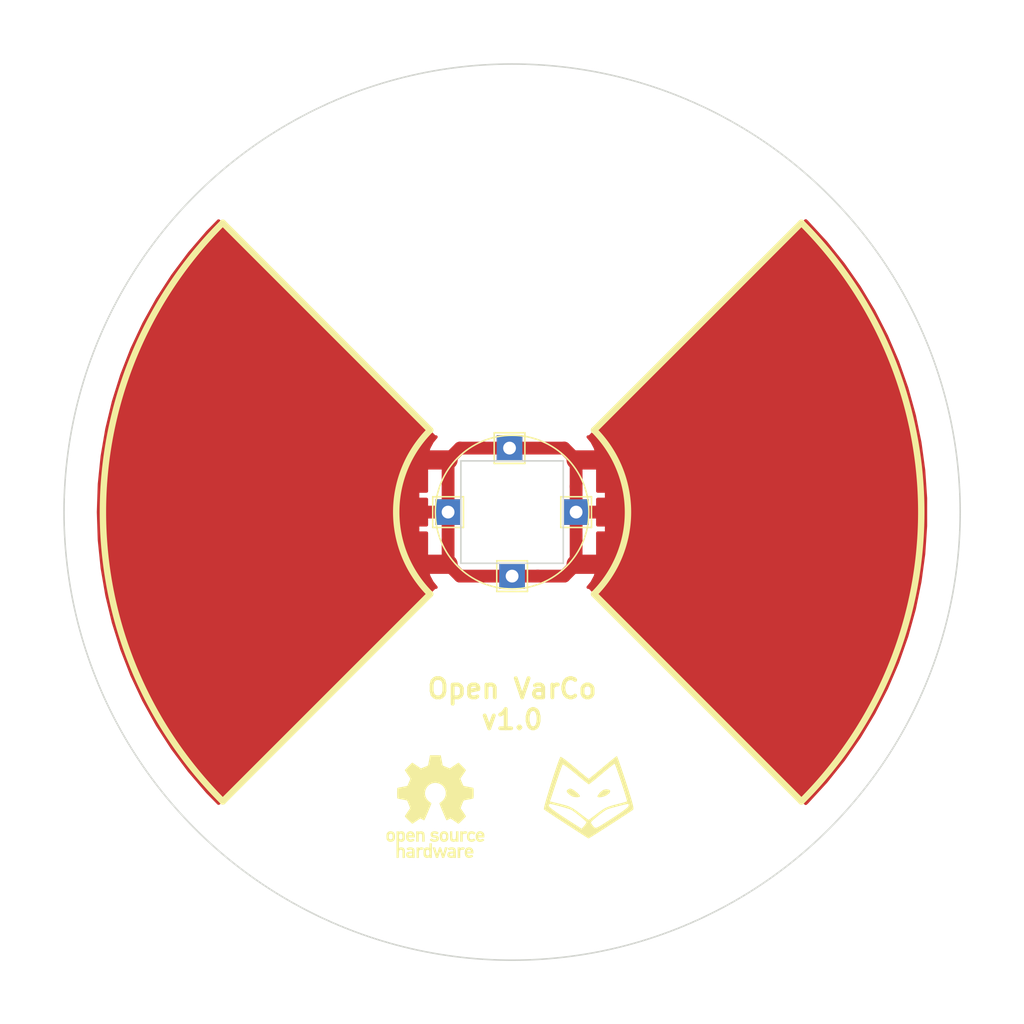
<source format=kicad_pcb>
(kicad_pcb (version 20171130) (host pcbnew 5.1.5+dfsg1-2build2)

  (general
    (thickness 1.6)
    (drawings 15)
    (tracks 21)
    (zones 0)
    (modules 8)
    (nets 2)
  )

  (page A4)
  (title_block
    (title "Open VarCo Rotor - Large")
    (date 2021-11-06)
    (rev 1.0)
  )

  (layers
    (0 F.Cu signal)
    (31 B.Cu signal)
    (32 B.Adhes user)
    (33 F.Adhes user)
    (34 B.Paste user)
    (35 F.Paste user)
    (36 B.SilkS user)
    (37 F.SilkS user)
    (38 B.Mask user)
    (39 F.Mask user)
    (40 Dwgs.User user)
    (41 Cmts.User user)
    (42 Eco1.User user)
    (43 Eco2.User user)
    (44 Edge.Cuts user)
    (45 Margin user)
    (46 B.CrtYd user)
    (47 F.CrtYd user)
    (48 B.Fab user)
    (49 F.Fab user)
  )

  (setup
    (last_trace_width 1)
    (user_trace_width 1)
    (user_trace_width 1.5)
    (user_trace_width 2)
    (trace_clearance 0.2)
    (zone_clearance 2.5)
    (zone_45_only no)
    (trace_min 0.2)
    (via_size 0.8)
    (via_drill 0.4)
    (via_min_size 0.4)
    (via_min_drill 0.3)
    (uvia_size 0.3)
    (uvia_drill 0.1)
    (uvias_allowed no)
    (uvia_min_size 0.2)
    (uvia_min_drill 0.1)
    (edge_width 0.05)
    (segment_width 0.2)
    (pcb_text_width 0.3)
    (pcb_text_size 1.5 1.5)
    (mod_edge_width 0.12)
    (mod_text_size 1 1)
    (mod_text_width 0.15)
    (pad_size 1.524 1.524)
    (pad_drill 0.762)
    (pad_to_mask_clearance 0.051)
    (solder_mask_min_width 0.25)
    (aux_axis_origin 0 0)
    (grid_origin 150 100)
    (visible_elements FFFFFF7F)
    (pcbplotparams
      (layerselection 0x010fc_ffffffff)
      (usegerberextensions false)
      (usegerberattributes false)
      (usegerberadvancedattributes false)
      (creategerberjobfile false)
      (excludeedgelayer true)
      (linewidth 0.100000)
      (plotframeref false)
      (viasonmask false)
      (mode 1)
      (useauxorigin false)
      (hpglpennumber 1)
      (hpglpenspeed 20)
      (hpglpendiameter 15.000000)
      (psnegative false)
      (psa4output false)
      (plotreference true)
      (plotvalue true)
      (plotinvisibletext false)
      (padsonsilk false)
      (subtractmaskfromsilk false)
      (outputformat 1)
      (mirror false)
      (drillshape 0)
      (scaleselection 1)
      (outputdirectory "Gerber/"))
  )

  (net 0 "")
  (net 1 /Plate)

  (net_class Default "Dies ist die voreingestellte Netzklasse."
    (clearance 0.2)
    (trace_width 1)
    (via_dia 0.8)
    (via_drill 0.4)
    (uvia_dia 0.3)
    (uvia_drill 0.1)
    (add_net /Plate)
  )

  (net_class Dick ""
    (clearance 0.2)
    (trace_width 1.5)
    (via_dia 0.8)
    (via_drill 0.4)
    (uvia_dia 0.3)
    (uvia_drill 0.1)
  )

  (net_class Dicker ""
    (clearance 0.2)
    (trace_width 2)
    (via_dia 0.8)
    (via_drill 0.4)
    (uvia_dia 0.3)
    (uvia_drill 0.1)
  )

  (module TestPoint:TestPoint_THTPad_2.0x2.0mm_Drill1.0mm (layer F.Cu) (tedit 5A0F774F) (tstamp 61862986)
    (at 145 100)
    (descr "THT rectangular pad as test Point, square 2.0mm_Drill1.0mm  side length, hole diameter 1.0mm")
    (tags "test point THT pad rectangle square")
    (path /61863CAF)
    (attr virtual)
    (fp_text reference H1 (at 0 -1.998) (layer F.SilkS) hide
      (effects (font (size 1 1) (thickness 0.15)))
    )
    (fp_text value MountingHole_Pad (at 0 2.05) (layer F.Fab) hide
      (effects (font (size 1 1) (thickness 0.15)))
    )
    (fp_line (start 1.5 1.5) (end -1.5 1.5) (layer F.CrtYd) (width 0.05))
    (fp_line (start 1.5 1.5) (end 1.5 -1.5) (layer F.CrtYd) (width 0.05))
    (fp_line (start -1.5 -1.5) (end -1.5 1.5) (layer F.CrtYd) (width 0.05))
    (fp_line (start -1.5 -1.5) (end 1.5 -1.5) (layer F.CrtYd) (width 0.05))
    (fp_line (start -1.2 1.2) (end -1.2 -1.2) (layer F.SilkS) (width 0.12))
    (fp_line (start 1.2 1.2) (end -1.2 1.2) (layer F.SilkS) (width 0.12))
    (fp_line (start 1.2 -1.2) (end 1.2 1.2) (layer F.SilkS) (width 0.12))
    (fp_line (start -1.2 -1.2) (end 1.2 -1.2) (layer F.SilkS) (width 0.12))
    (fp_text user %R (at 0 -2) (layer F.Fab)
      (effects (font (size 1 1) (thickness 0.15)))
    )
    (pad 1 thru_hole rect (at 0 0) (size 2 2) (drill 1) (layers *.Cu *.Mask)
      (net 1 /Plate))
  )

  (module relayclock:fox (layer F.Cu) (tedit 0) (tstamp 61B0BE01)
    (at 157 126)
    (fp_text reference G*** (at 0 0) (layer F.SilkS) hide
      (effects (font (size 1.524 1.524) (thickness 0.3)))
    )
    (fp_text value LOGO (at 0.75 0) (layer F.SilkS) hide
      (effects (font (size 1.524 1.524) (thickness 0.3)))
    )
    (fp_poly (pts (xy 0.57615 -4.31634) (xy 0.666101 -4.213897) (xy 0.610838 -4.065261) (xy 0.407938 -3.897249)
      (xy 0.192797 -3.797971) (xy -0.036489 -3.737819) (xy -0.228092 -3.724351) (xy -0.330185 -3.765122)
      (xy -0.335622 -3.788833) (xy -0.284594 -3.890602) (xy -0.162936 -4.059132) (xy -0.136069 -4.092532)
      (xy 0.10603 -4.291332) (xy 0.344653 -4.346532) (xy 0.57615 -4.31634)) (layer F.SilkS) (width 0.01))
    (fp_poly (pts (xy -2.303466 -4.351022) (xy -2.104408 -4.223417) (xy -1.90217 -4.060844) (xy -1.748181 -3.904293)
      (xy -1.693333 -3.801229) (xy -1.765708 -3.751119) (xy -1.939325 -3.733618) (xy -2.148925 -3.750499)
      (xy -2.286 -3.785127) (xy -2.439572 -3.874263) (xy -2.602443 -4.003875) (xy -2.726356 -4.151085)
      (xy -2.715385 -4.265821) (xy -2.697909 -4.289432) (xy -2.536901 -4.387921) (xy -2.447913 -4.402667)
      (xy -2.303466 -4.351022)) (layer F.SilkS) (width 0.01))
    (fp_poly (pts (xy 1.218233 -6.864009) (xy 1.300174 -6.646761) (xy 1.41872 -6.311162) (xy 1.566408 -5.878685)
      (xy 1.735774 -5.370806) (xy 1.890521 -4.897975) (xy 2.098048 -4.253093) (xy 2.254996 -3.750559)
      (xy 2.365917 -3.372615) (xy 2.435367 -3.101503) (xy 2.467899 -2.919463) (xy 2.468068 -2.808739)
      (xy 2.440854 -2.751962) (xy 2.345287 -2.682592) (xy 2.135129 -2.540693) (xy 1.834191 -2.341631)
      (xy 1.466281 -2.100774) (xy 1.055208 -1.833489) (xy 0.624784 -1.555142) (xy 0.198816 -1.281101)
      (xy -0.198886 -1.026732) (xy -0.544511 -0.807404) (xy -0.814251 -0.638482) (xy -0.984297 -0.535333)
      (xy -1.032215 -0.510386) (xy -1.107439 -0.555205) (xy -1.304642 -0.679776) (xy -1.603966 -0.871354)
      (xy -1.98555 -1.117197) (xy -2.429536 -1.404561) (xy -2.74726 -1.610879) (xy -3.225761 -1.92309)
      (xy -3.65818 -2.207325) (xy -4.023777 -2.449782) (xy -4.301809 -2.636655) (xy -4.471535 -2.754141)
      (xy -4.513608 -2.786408) (xy -4.505828 -2.88025) (xy -4.460984 -3.069167) (xy -4.147682 -3.069167)
      (xy -4.072901 -2.959486) (xy -3.850806 -2.771395) (xy -3.483377 -2.506392) (xy -2.972592 -2.165976)
      (xy -2.856515 -2.090975) (xy -1.566333 -1.26095) (xy -1.375833 -1.481863) (xy -1.246896 -1.650559)
      (xy -1.192969 -1.754562) (xy -0.846667 -1.754562) (xy -0.793278 -1.632175) (xy -0.665741 -1.469327)
      (xy -0.599213 -1.396584) (xy -0.540039 -1.348283) (xy -0.467803 -1.333391) (xy -0.362087 -1.360875)
      (xy -0.202473 -1.439702) (xy 0.031455 -1.578839) (xy 0.360116 -1.787253) (xy 0.803927 -2.073912)
      (xy 1.000994 -2.201333) (xy 1.488313 -2.526008) (xy 1.839589 -2.782014) (xy 2.050195 -2.965747)
      (xy 2.115763 -3.069167) (xy 2.093134 -3.195) (xy 2.067273 -3.217333) (xy 1.944435 -3.19623)
      (xy 1.705912 -3.141127) (xy 1.398898 -3.064334) (xy 1.070586 -2.97816) (xy 0.76817 -2.894914)
      (xy 0.538843 -2.826907) (xy 0.445671 -2.794369) (xy 0.273863 -2.697365) (xy 0.038052 -2.534166)
      (xy -0.22561 -2.333858) (xy -0.480973 -2.125529) (xy -0.691886 -1.938265) (xy -0.822199 -1.801153)
      (xy -0.846667 -1.754562) (xy -1.192969 -1.754562) (xy -1.186047 -1.767911) (xy -1.185333 -1.774993)
      (xy -1.246835 -1.851597) (xy -1.407214 -2.000357) (xy -1.630288 -2.191294) (xy -1.879871 -2.394429)
      (xy -2.119778 -2.579782) (xy -2.313824 -2.717375) (xy -2.351434 -2.741104) (xy -2.481611 -2.79319)
      (xy -2.728577 -2.872777) (xy -3.044789 -2.96651) (xy -3.382707 -3.061032) (xy -3.694787 -3.142987)
      (xy -3.933488 -3.199017) (xy -4.042833 -3.216282) (xy -4.13192 -3.14773) (xy -4.147682 -3.069167)
      (xy -4.460984 -3.069167) (xy -4.451818 -3.10778) (xy -4.37205 -3.398425) (xy -4.047167 -3.398425)
      (xy -3.230084 -3.202078) (xy -2.830603 -3.099265) (xy -2.532307 -2.997221) (xy -2.273746 -2.866317)
      (xy -1.993471 -2.676921) (xy -1.735667 -2.481463) (xy -1.449371 -2.261425) (xy -1.217072 -2.085827)
      (xy -1.068414 -1.976906) (xy -1.030185 -1.952265) (xy -0.955657 -1.998451) (xy -0.778024 -2.126708)
      (xy -0.527592 -2.314821) (xy -0.352852 -2.448833) (xy -0.023234 -2.693756) (xy 0.24913 -2.862899)
      (xy 0.526653 -2.986272) (xy 0.871745 -3.093886) (xy 1.128656 -3.161211) (xy 1.479026 -3.252095)
      (xy 1.761211 -3.32929) (xy 1.939402 -3.382766) (xy 1.982968 -3.400545) (xy 1.969156 -3.490783)
      (xy 1.909722 -3.708765) (xy 1.814882 -4.02356) (xy 1.694858 -4.404239) (xy 1.559866 -4.81987)
      (xy 1.420127 -5.239524) (xy 1.285859 -5.632268) (xy 1.16728 -5.967173) (xy 1.074611 -6.213308)
      (xy 1.01807 -6.339743) (xy 1.008522 -6.35) (xy 0.925324 -6.297937) (xy 0.738238 -6.154691)
      (xy 0.471603 -5.939671) (xy 0.14976 -5.672291) (xy 0 -5.545667) (xy -0.338112 -5.261702)
      (xy -0.631477 -5.021723) (xy -0.855764 -4.84514) (xy -0.986644 -4.751364) (xy -1.008178 -4.741333)
      (xy -1.091348 -4.793189) (xy -1.278895 -4.935937) (xy -1.54656 -5.150345) (xy -1.870084 -5.417185)
      (xy -2.028831 -5.550427) (xy -2.368421 -5.829325) (xy -2.663604 -6.05733) (xy -2.890412 -6.217043)
      (xy -3.024874 -6.291063) (xy -3.049393 -6.29126) (xy -3.094978 -6.192043) (xy -3.183117 -5.959217)
      (xy -3.303996 -5.620203) (xy -3.447804 -5.202427) (xy -3.579136 -4.810713) (xy -4.047167 -3.398425)
      (xy -4.37205 -3.398425) (xy -4.359978 -3.442409) (xy -4.238705 -3.857546) (xy -4.096398 -4.326599)
      (xy -3.941456 -4.822979) (xy -3.782276 -5.320093) (xy -3.627257 -5.791353) (xy -3.484797 -6.210166)
      (xy -3.363294 -6.549943) (xy -3.271147 -6.784092) (xy -3.219717 -6.883142) (xy -3.138253 -6.85395)
      (xy -2.95203 -6.730073) (xy -2.683721 -6.528337) (xy -2.356001 -6.265565) (xy -2.108458 -6.058624)
      (xy -1.753364 -5.759098) (xy -1.444324 -5.502391) (xy -1.203791 -5.306838) (xy -1.05422 -5.190773)
      (xy -1.016 -5.166607) (xy -0.940322 -5.218415) (xy -0.758187 -5.361687) (xy -0.492118 -5.578168)
      (xy -0.164638 -5.849606) (xy 0.079694 -6.054625) (xy 0.436259 -6.352829) (xy 0.747095 -6.608244)
      (xy 0.989561 -6.802628) (xy 1.141015 -6.917739) (xy 1.18036 -6.94143) (xy 1.218233 -6.864009)) (layer F.SilkS) (width 0.01))
  )

  (module MountingHole:MountingHole_3mm (layer F.Cu) (tedit 56D1B4CB) (tstamp 61B0C0DF)
    (at 150 132)
    (descr "Mounting Hole 3mm, no annular")
    (tags "mounting hole 3mm no annular")
    (attr virtual)
    (fp_text reference REF** (at 0 -4) (layer F.SilkS) hide
      (effects (font (size 1 1) (thickness 0.15)))
    )
    (fp_text value MountingHole_3mm (at 0 4) (layer F.Fab) hide
      (effects (font (size 1 1) (thickness 0.15)))
    )
    (fp_circle (center 0 0) (end 3.25 0) (layer F.CrtYd) (width 0.05))
    (fp_circle (center 0 0) (end 3 0) (layer Cmts.User) (width 0.15))
    (fp_text user %R (at 0.3 0) (layer F.Fab)
      (effects (font (size 1 1) (thickness 0.15)))
    )
    (pad 1 np_thru_hole circle (at 0 0) (size 3 3) (drill 3) (layers *.Cu *.Mask))
  )

  (module MountingHole:MountingHole_3mm (layer F.Cu) (tedit 56D1B4CB) (tstamp 61B0C0B3)
    (at 150 68)
    (descr "Mounting Hole 3mm, no annular")
    (tags "mounting hole 3mm no annular")
    (attr virtual)
    (fp_text reference REF** (at 0 -4) (layer F.SilkS) hide
      (effects (font (size 1 1) (thickness 0.15)))
    )
    (fp_text value MountingHole_3mm (at 0 4) (layer F.Fab) hide
      (effects (font (size 1 1) (thickness 0.15)))
    )
    (fp_circle (center 0 0) (end 3.25 0) (layer F.CrtYd) (width 0.05))
    (fp_circle (center 0 0) (end 3 0) (layer Cmts.User) (width 0.15))
    (fp_text user %R (at 0.3 0) (layer F.Fab)
      (effects (font (size 1 1) (thickness 0.15)))
    )
    (pad 1 np_thru_hole circle (at 0 0) (size 3 3) (drill 3) (layers *.Cu *.Mask))
  )

  (module Symbol:OSHW-Logo_7.5x8mm_SilkScreen (layer F.Cu) (tedit 0) (tstamp 618631BA)
    (at 144 123)
    (descr "Open Source Hardware Logo")
    (tags "Logo OSHW")
    (attr virtual)
    (fp_text reference REF** (at 0 0) (layer F.SilkS) hide
      (effects (font (size 1 1) (thickness 0.15)))
    )
    (fp_text value OSHW-Logo_7.5x8mm_SilkScreen (at 0.75 0) (layer F.Fab) hide
      (effects (font (size 1 1) (thickness 0.15)))
    )
    (fp_poly (pts (xy 0.500964 -3.601424) (xy 0.576513 -3.200678) (xy 1.134041 -2.970846) (xy 1.468465 -3.198252)
      (xy 1.562122 -3.261569) (xy 1.646782 -3.318104) (xy 1.718495 -3.365273) (xy 1.773311 -3.400498)
      (xy 1.80728 -3.421195) (xy 1.81653 -3.425658) (xy 1.833195 -3.41418) (xy 1.868806 -3.382449)
      (xy 1.919371 -3.334517) (xy 1.9809 -3.274438) (xy 2.049399 -3.206267) (xy 2.120879 -3.134055)
      (xy 2.191347 -3.061858) (xy 2.256811 -2.993727) (xy 2.31328 -2.933717) (xy 2.356763 -2.885881)
      (xy 2.383268 -2.854273) (xy 2.389605 -2.843695) (xy 2.380486 -2.824194) (xy 2.35492 -2.781469)
      (xy 2.315597 -2.719702) (xy 2.265203 -2.643069) (xy 2.206427 -2.555752) (xy 2.172368 -2.505948)
      (xy 2.110289 -2.415007) (xy 2.055126 -2.332941) (xy 2.009554 -2.263837) (xy 1.97625 -2.211778)
      (xy 1.95789 -2.18085) (xy 1.955131 -2.17435) (xy 1.961385 -2.155879) (xy 1.978434 -2.112828)
      (xy 2.003703 -2.051251) (xy 2.034622 -1.977201) (xy 2.068618 -1.89673) (xy 2.103118 -1.815893)
      (xy 2.135551 -1.740742) (xy 2.163343 -1.677329) (xy 2.183923 -1.631707) (xy 2.194719 -1.609931)
      (xy 2.195356 -1.609074) (xy 2.212307 -1.604916) (xy 2.257451 -1.595639) (xy 2.32611 -1.582156)
      (xy 2.413602 -1.565379) (xy 2.51525 -1.546219) (xy 2.574556 -1.53517) (xy 2.683172 -1.51449)
      (xy 2.781277 -1.494811) (xy 2.863909 -1.477211) (xy 2.926104 -1.462767) (xy 2.962899 -1.452554)
      (xy 2.970296 -1.449314) (xy 2.97754 -1.427383) (xy 2.983385 -1.377853) (xy 2.987835 -1.306515)
      (xy 2.990893 -1.219161) (xy 2.992565 -1.121583) (xy 2.992853 -1.019574) (xy 2.991761 -0.918925)
      (xy 2.989294 -0.825428) (xy 2.985456 -0.744875) (xy 2.98025 -0.683058) (xy 2.973681 -0.64577)
      (xy 2.969741 -0.638007) (xy 2.946188 -0.628702) (xy 2.896282 -0.6154) (xy 2.826623 -0.599663)
      (xy 2.743813 -0.583054) (xy 2.714905 -0.577681) (xy 2.575531 -0.552152) (xy 2.465436 -0.531592)
      (xy 2.380982 -0.515185) (xy 2.31853 -0.502113) (xy 2.274444 -0.491559) (xy 2.245085 -0.482706)
      (xy 2.226815 -0.474737) (xy 2.215998 -0.466835) (xy 2.214485 -0.465273) (xy 2.199377 -0.440114)
      (xy 2.176329 -0.39115) (xy 2.147644 -0.324379) (xy 2.115622 -0.245795) (xy 2.082565 -0.161393)
      (xy 2.050773 -0.07717) (xy 2.022549 0.000879) (xy 2.000193 0.066759) (xy 1.986007 0.114473)
      (xy 1.982293 0.138027) (xy 1.982602 0.138852) (xy 1.995189 0.158104) (xy 2.023744 0.200463)
      (xy 2.065267 0.261521) (xy 2.116756 0.336868) (xy 2.175211 0.422096) (xy 2.191858 0.446315)
      (xy 2.251215 0.534123) (xy 2.303447 0.614238) (xy 2.345708 0.682062) (xy 2.375153 0.732993)
      (xy 2.388937 0.762431) (xy 2.389605 0.766048) (xy 2.378024 0.785057) (xy 2.346024 0.822714)
      (xy 2.297718 0.874973) (xy 2.23722 0.937786) (xy 2.168644 1.007106) (xy 2.096104 1.078885)
      (xy 2.023712 1.149077) (xy 1.955584 1.213635) (xy 1.895832 1.26851) (xy 1.848571 1.309656)
      (xy 1.817913 1.333026) (xy 1.809432 1.336842) (xy 1.789691 1.327855) (xy 1.749274 1.303616)
      (xy 1.694763 1.268209) (xy 1.652823 1.239711) (xy 1.576829 1.187418) (xy 1.486834 1.125845)
      (xy 1.396564 1.06437) (xy 1.348032 1.031469) (xy 1.183762 0.920359) (xy 1.045869 0.994916)
      (xy 0.983049 1.027578) (xy 0.929629 1.052966) (xy 0.893484 1.067446) (xy 0.884284 1.06946)
      (xy 0.873221 1.054584) (xy 0.851394 1.012547) (xy 0.820434 0.947227) (xy 0.78197 0.8625)
      (xy 0.737632 0.762245) (xy 0.689047 0.650339) (xy 0.637846 0.530659) (xy 0.585659 0.407084)
      (xy 0.534113 0.283491) (xy 0.48484 0.163757) (xy 0.439467 0.051759) (xy 0.399625 -0.048623)
      (xy 0.366942 -0.133514) (xy 0.343049 -0.199035) (xy 0.329574 -0.24131) (xy 0.327406 -0.255828)
      (xy 0.344583 -0.274347) (xy 0.38219 -0.30441) (xy 0.432366 -0.339768) (xy 0.436578 -0.342566)
      (xy 0.566264 -0.446375) (xy 0.670834 -0.567485) (xy 0.749381 -0.702024) (xy 0.800999 -0.846118)
      (xy 0.824782 -0.995895) (xy 0.819823 -1.147483) (xy 0.785217 -1.297008) (xy 0.720057 -1.4406)
      (xy 0.700886 -1.472016) (xy 0.601174 -1.598875) (xy 0.483377 -1.700745) (xy 0.351571 -1.777096)
      (xy 0.209833 -1.827398) (xy 0.062242 -1.851121) (xy -0.087127 -1.847735) (xy -0.234197 -1.816712)
      (xy -0.374889 -1.75752) (xy -0.505127 -1.669631) (xy -0.545414 -1.633958) (xy -0.647945 -1.522294)
      (xy -0.722659 -1.404743) (xy -0.77391 -1.27298) (xy -0.802454 -1.142493) (xy -0.8095 -0.995784)
      (xy -0.786004 -0.848347) (xy -0.734351 -0.705166) (xy -0.656929 -0.571223) (xy -0.556125 -0.451502)
      (xy -0.434324 -0.350986) (xy -0.418316 -0.340391) (xy -0.367602 -0.305694) (xy -0.32905 -0.27563)
      (xy -0.310619 -0.256435) (xy -0.310351 -0.255828) (xy -0.314308 -0.235064) (xy -0.329993 -0.187938)
      (xy -0.355778 -0.118327) (xy -0.390031 -0.030107) (xy -0.431123 0.072844) (xy -0.477424 0.18665)
      (xy -0.527304 0.307435) (xy -0.579133 0.431321) (xy -0.631281 0.554432) (xy -0.682118 0.672891)
      (xy -0.730013 0.782823) (xy -0.773338 0.880349) (xy -0.810462 0.961593) (xy -0.839756 1.022679)
      (xy -0.859588 1.05973) (xy -0.867574 1.06946) (xy -0.891979 1.061883) (xy -0.937642 1.04156)
      (xy -0.99669 1.012125) (xy -1.02916 0.994916) (xy -1.167053 0.920359) (xy -1.331323 1.031469)
      (xy -1.415179 1.08839) (xy -1.506987 1.15103) (xy -1.59302 1.210011) (xy -1.636113 1.239711)
      (xy -1.696723 1.28041) (xy -1.748045 1.312663) (xy -1.783385 1.332384) (xy -1.794863 1.336554)
      (xy -1.81157 1.325307) (xy -1.848546 1.293911) (xy -1.902205 1.245624) (xy -1.968962 1.183708)
      (xy -2.045234 1.111421) (xy -2.093473 1.065008) (xy -2.177867 0.982087) (xy -2.250803 0.90792)
      (xy -2.309331 0.84568) (xy -2.350503 0.798541) (xy -2.371372 0.769673) (xy -2.373374 0.763815)
      (xy -2.364083 0.741532) (xy -2.338409 0.696477) (xy -2.2992 0.633211) (xy -2.249303 0.556295)
      (xy -2.191567 0.470292) (xy -2.175149 0.446315) (xy -2.115323 0.35917) (xy -2.06165 0.28071)
      (xy -2.01713 0.215345) (xy -1.984765 0.167484) (xy -1.967555 0.141535) (xy -1.965893 0.138852)
      (xy -1.968379 0.118172) (xy -1.981577 0.072704) (xy -2.003186 0.008444) (xy -2.030904 -0.068613)
      (xy -2.06243 -0.152471) (xy -2.095463 -0.237134) (xy -2.127701 -0.316608) (xy -2.156843 -0.384896)
      (xy -2.180588 -0.436003) (xy -2.196635 -0.463933) (xy -2.197775 -0.465273) (xy -2.207588 -0.473255)
      (xy -2.224161 -0.481149) (xy -2.251132 -0.489771) (xy -2.292139 -0.499938) (xy -2.35082 -0.512469)
      (xy -2.430813 -0.528179) (xy -2.535755 -0.547887) (xy -2.669285 -0.572408) (xy -2.698196 -0.577681)
      (xy -2.783882 -0.594236) (xy -2.858582 -0.610431) (xy -2.915694 -0.624704) (xy -2.948617 -0.635492)
      (xy -2.953031 -0.638007) (xy -2.960306 -0.660304) (xy -2.966219 -0.710131) (xy -2.970766 -0.781696)
      (xy -2.973945 -0.869207) (xy -2.975749 -0.966872) (xy -2.976177 -1.068899) (xy -2.975223 -1.169497)
      (xy -2.972884 -1.262873) (xy -2.969156 -1.343235) (xy -2.964034 -1.404791) (xy -2.957516 -1.44175)
      (xy -2.953586 -1.449314) (xy -2.931708 -1.456944) (xy -2.881891 -1.469358) (xy -2.809097 -1.485478)
      (xy -2.718289 -1.504227) (xy -2.614431 -1.524529) (xy -2.557846 -1.53517) (xy -2.450486 -1.55524)
      (xy -2.354746 -1.57342) (xy -2.275306 -1.588801) (xy -2.216846 -1.600469) (xy -2.184045 -1.607512)
      (xy -2.178646 -1.609074) (xy -2.169522 -1.626678) (xy -2.150235 -1.669082) (xy -2.123355 -1.730228)
      (xy -2.091454 -1.804057) (xy -2.057102 -1.884511) (xy -2.022871 -1.965532) (xy -1.991331 -2.041063)
      (xy -1.965054 -2.105045) (xy -1.946611 -2.15142) (xy -1.938571 -2.174131) (xy -1.938422 -2.175124)
      (xy -1.947535 -2.193039) (xy -1.973086 -2.234267) (xy -2.012388 -2.294709) (xy -2.062757 -2.370269)
      (xy -2.121506 -2.456848) (xy -2.155658 -2.506579) (xy -2.21789 -2.597764) (xy -2.273164 -2.680551)
      (xy -2.318782 -2.750751) (xy -2.352048 -2.804176) (xy -2.370264 -2.836639) (xy -2.372895 -2.843917)
      (xy -2.361586 -2.860855) (xy -2.330319 -2.897022) (xy -2.28309 -2.948365) (xy -2.223892 -3.010833)
      (xy -2.156719 -3.080374) (xy -2.085566 -3.152935) (xy -2.014426 -3.224465) (xy -1.947293 -3.290913)
      (xy -1.888161 -3.348226) (xy -1.841025 -3.392353) (xy -1.809877 -3.419241) (xy -1.799457 -3.425658)
      (xy -1.782491 -3.416635) (xy -1.741911 -3.391285) (xy -1.681663 -3.35219) (xy -1.605693 -3.301929)
      (xy -1.517946 -3.243083) (xy -1.451756 -3.198252) (xy -1.117332 -2.970846) (xy -0.838567 -3.085762)
      (xy -0.559803 -3.200678) (xy -0.484254 -3.601424) (xy -0.408706 -4.002171) (xy 0.425415 -4.002171)
      (xy 0.500964 -3.601424)) (layer F.SilkS) (width 0.01))
    (fp_poly (pts (xy 2.391388 1.937645) (xy 2.448865 1.955206) (xy 2.485872 1.977395) (xy 2.497927 1.994942)
      (xy 2.494609 2.015742) (xy 2.473079 2.048419) (xy 2.454874 2.071562) (xy 2.417344 2.113402)
      (xy 2.389148 2.131005) (xy 2.365111 2.129856) (xy 2.293808 2.11171) (xy 2.241442 2.112534)
      (xy 2.198918 2.133098) (xy 2.184642 2.145134) (xy 2.138947 2.187483) (xy 2.138947 2.740526)
      (xy 1.955131 2.740526) (xy 1.955131 1.938421) (xy 2.047039 1.938421) (xy 2.102219 1.940603)
      (xy 2.130688 1.948351) (xy 2.138943 1.963468) (xy 2.138947 1.963916) (xy 2.142845 1.979749)
      (xy 2.160474 1.977684) (xy 2.184901 1.966261) (xy 2.23535 1.945005) (xy 2.276316 1.932216)
      (xy 2.329028 1.928938) (xy 2.391388 1.937645)) (layer F.SilkS) (width 0.01))
    (fp_poly (pts (xy -1.002043 1.952226) (xy -0.960454 1.97209) (xy -0.920175 2.000784) (xy -0.88949 2.033809)
      (xy -0.867139 2.075931) (xy -0.851864 2.131915) (xy -0.842408 2.206528) (xy -0.837513 2.304535)
      (xy -0.835919 2.430702) (xy -0.835894 2.443914) (xy -0.835527 2.740526) (xy -1.019343 2.740526)
      (xy -1.019343 2.467081) (xy -1.019473 2.365777) (xy -1.020379 2.292353) (xy -1.022827 2.241271)
      (xy -1.027586 2.20699) (xy -1.035426 2.183971) (xy -1.047115 2.166673) (xy -1.063398 2.149581)
      (xy -1.120366 2.112857) (xy -1.182555 2.106042) (xy -1.241801 2.129261) (xy -1.262405 2.146543)
      (xy -1.27753 2.162791) (xy -1.28839 2.180191) (xy -1.29569 2.204212) (xy -1.300137 2.240322)
      (xy -1.302436 2.293988) (xy -1.303296 2.37068) (xy -1.303422 2.464043) (xy -1.303422 2.740526)
      (xy -1.487237 2.740526) (xy -1.487237 1.938421) (xy -1.395329 1.938421) (xy -1.340149 1.940603)
      (xy -1.31168 1.948351) (xy -1.303425 1.963468) (xy -1.303422 1.963916) (xy -1.299592 1.97872)
      (xy -1.282699 1.97704) (xy -1.249112 1.960773) (xy -1.172937 1.93684) (xy -1.0858 1.934178)
      (xy -1.002043 1.952226)) (layer F.SilkS) (width 0.01))
    (fp_poly (pts (xy 3.558784 1.935554) (xy 3.601574 1.945949) (xy 3.683609 1.984013) (xy 3.753757 2.042149)
      (xy 3.802305 2.111852) (xy 3.808975 2.127502) (xy 3.818124 2.168496) (xy 3.824529 2.229138)
      (xy 3.82671 2.29043) (xy 3.82671 2.406316) (xy 3.584407 2.406316) (xy 3.484471 2.406693)
      (xy 3.414069 2.408987) (xy 3.369313 2.414938) (xy 3.346315 2.426285) (xy 3.341189 2.444771)
      (xy 3.350048 2.472136) (xy 3.365917 2.504155) (xy 3.410184 2.557592) (xy 3.471699 2.584215)
      (xy 3.546885 2.583347) (xy 3.632053 2.554371) (xy 3.705659 2.518611) (xy 3.766734 2.566904)
      (xy 3.82781 2.615197) (xy 3.770351 2.668285) (xy 3.693641 2.718445) (xy 3.599302 2.748688)
      (xy 3.497827 2.757151) (xy 3.399711 2.741974) (xy 3.383881 2.736824) (xy 3.297647 2.691791)
      (xy 3.233501 2.624652) (xy 3.190091 2.533405) (xy 3.166064 2.416044) (xy 3.165784 2.413529)
      (xy 3.163633 2.285627) (xy 3.172329 2.239997) (xy 3.342105 2.239997) (xy 3.357697 2.247013)
      (xy 3.400029 2.252388) (xy 3.462434 2.255457) (xy 3.501981 2.255921) (xy 3.575728 2.25563)
      (xy 3.62184 2.253783) (xy 3.6461 2.248912) (xy 3.654294 2.239555) (xy 3.652206 2.224245)
      (xy 3.650455 2.218322) (xy 3.62056 2.162668) (xy 3.573542 2.117815) (xy 3.532049 2.098105)
      (xy 3.476926 2.099295) (xy 3.421068 2.123875) (xy 3.374212 2.16457) (xy 3.346094 2.214108)
      (xy 3.342105 2.239997) (xy 3.172329 2.239997) (xy 3.185074 2.173133) (xy 3.227611 2.078727)
      (xy 3.288747 2.005088) (xy 3.365985 1.954893) (xy 3.45683 1.930822) (xy 3.558784 1.935554)) (layer F.SilkS) (width 0.01))
    (fp_poly (pts (xy 2.946576 1.945419) (xy 3.043395 1.986549) (xy 3.07389 2.006571) (xy 3.112865 2.03734)
      (xy 3.137331 2.061533) (xy 3.141578 2.069413) (xy 3.129584 2.086899) (xy 3.098887 2.11657)
      (xy 3.074312 2.137279) (xy 3.007046 2.191336) (xy 2.95393 2.146642) (xy 2.912884 2.117789)
      (xy 2.872863 2.107829) (xy 2.827059 2.110261) (xy 2.754324 2.128345) (xy 2.704256 2.165881)
      (xy 2.673829 2.226562) (xy 2.660017 2.314081) (xy 2.660013 2.314136) (xy 2.661208 2.411958)
      (xy 2.679772 2.48373) (xy 2.716804 2.532595) (xy 2.74205 2.549143) (xy 2.809097 2.569749)
      (xy 2.880709 2.569762) (xy 2.943015 2.549768) (xy 2.957763 2.54) (xy 2.99475 2.515047)
      (xy 3.023668 2.510958) (xy 3.054856 2.52953) (xy 3.089336 2.562887) (xy 3.143912 2.619196)
      (xy 3.083318 2.669142) (xy 2.989698 2.725513) (xy 2.884125 2.753293) (xy 2.773798 2.751282)
      (xy 2.701343 2.732862) (xy 2.616656 2.68731) (xy 2.548927 2.61565) (xy 2.518157 2.565066)
      (xy 2.493236 2.492488) (xy 2.480766 2.400569) (xy 2.48067 2.300948) (xy 2.49287 2.205267)
      (xy 2.51729 2.125169) (xy 2.521136 2.116956) (xy 2.578093 2.036413) (xy 2.655209 1.977771)
      (xy 2.74639 1.942247) (xy 2.845543 1.931057) (xy 2.946576 1.945419)) (layer F.SilkS) (width 0.01))
    (fp_poly (pts (xy 1.320131 2.198533) (xy 1.32171 2.321089) (xy 1.327481 2.414179) (xy 1.338991 2.481651)
      (xy 1.35779 2.527355) (xy 1.385426 2.555139) (xy 1.423448 2.568854) (xy 1.470526 2.572358)
      (xy 1.519832 2.568432) (xy 1.557283 2.554089) (xy 1.584428 2.525478) (xy 1.602815 2.478751)
      (xy 1.613993 2.410058) (xy 1.619511 2.31555) (xy 1.620921 2.198533) (xy 1.620921 1.938421)
      (xy 1.804736 1.938421) (xy 1.804736 2.740526) (xy 1.712828 2.740526) (xy 1.657422 2.738281)
      (xy 1.628891 2.730396) (xy 1.620921 2.715428) (xy 1.61612 2.702097) (xy 1.597014 2.704917)
      (xy 1.558504 2.723783) (xy 1.470239 2.752887) (xy 1.376623 2.750825) (xy 1.286921 2.719221)
      (xy 1.244204 2.694257) (xy 1.211621 2.667226) (xy 1.187817 2.633405) (xy 1.171439 2.588068)
      (xy 1.161131 2.526489) (xy 1.155541 2.443943) (xy 1.153312 2.335705) (xy 1.153026 2.252004)
      (xy 1.153026 1.938421) (xy 1.320131 1.938421) (xy 1.320131 2.198533)) (layer F.SilkS) (width 0.01))
    (fp_poly (pts (xy 0.811669 1.94831) (xy 0.896192 1.99434) (xy 0.962321 2.067006) (xy 0.993478 2.126106)
      (xy 1.006855 2.178305) (xy 1.015522 2.252719) (xy 1.019237 2.338442) (xy 1.017754 2.424569)
      (xy 1.010831 2.500193) (xy 1.002745 2.540584) (xy 0.975465 2.59584) (xy 0.92822 2.65453)
      (xy 0.871282 2.705852) (xy 0.814924 2.739005) (xy 0.81355 2.739531) (xy 0.743616 2.754018)
      (xy 0.660737 2.754377) (xy 0.581977 2.741188) (xy 0.551566 2.730617) (xy 0.473239 2.686201)
      (xy 0.417143 2.628007) (xy 0.380286 2.550965) (xy 0.35968 2.450001) (xy 0.355018 2.397116)
      (xy 0.355613 2.330663) (xy 0.534736 2.330663) (xy 0.54077 2.42763) (xy 0.558138 2.501523)
      (xy 0.58574 2.548736) (xy 0.605404 2.562237) (xy 0.655787 2.571651) (xy 0.715673 2.568864)
      (xy 0.767449 2.555316) (xy 0.781027 2.547862) (xy 0.816849 2.504451) (xy 0.840493 2.438014)
      (xy 0.850558 2.357161) (xy 0.845642 2.270502) (xy 0.834655 2.218349) (xy 0.803109 2.157951)
      (xy 0.753311 2.120197) (xy 0.693337 2.107143) (xy 0.631264 2.120849) (xy 0.583582 2.154372)
      (xy 0.558525 2.182031) (xy 0.5439 2.209294) (xy 0.536929 2.24619) (xy 0.534833 2.30275)
      (xy 0.534736 2.330663) (xy 0.355613 2.330663) (xy 0.356282 2.255994) (xy 0.379265 2.140271)
      (xy 0.423972 2.049941) (xy 0.490405 1.985) (xy 0.578565 1.945445) (xy 0.597495 1.940858)
      (xy 0.711266 1.93009) (xy 0.811669 1.94831)) (layer F.SilkS) (width 0.01))
    (fp_poly (pts (xy 0.018628 1.935547) (xy 0.081908 1.947548) (xy 0.147557 1.972648) (xy 0.154572 1.975848)
      (xy 0.204356 2.002026) (xy 0.238834 2.026353) (xy 0.249978 2.041937) (xy 0.239366 2.067353)
      (xy 0.213588 2.104853) (xy 0.202146 2.118852) (xy 0.154992 2.173954) (xy 0.094201 2.138086)
      (xy 0.036347 2.114192) (xy -0.0305 2.10142) (xy -0.094606 2.100613) (xy -0.144236 2.112615)
      (xy -0.156146 2.120105) (xy -0.178828 2.15445) (xy -0.181584 2.194013) (xy -0.164612 2.22492)
      (xy -0.154573 2.230913) (xy -0.12449 2.238357) (xy -0.071611 2.247106) (xy -0.006425 2.255467)
      (xy 0.0056 2.256778) (xy 0.110297 2.274888) (xy 0.186232 2.305651) (xy 0.236592 2.351907)
      (xy 0.264564 2.416497) (xy 0.273278 2.495387) (xy 0.26124 2.585065) (xy 0.222151 2.655486)
      (xy 0.155855 2.706777) (xy 0.062194 2.739067) (xy -0.041777 2.751807) (xy -0.126562 2.751654)
      (xy -0.195335 2.740083) (xy -0.242303 2.724109) (xy -0.30165 2.696275) (xy -0.356494 2.663973)
      (xy -0.375987 2.649755) (xy -0.426119 2.608835) (xy -0.305197 2.486477) (xy -0.236457 2.531967)
      (xy -0.167512 2.566133) (xy -0.093889 2.584004) (xy -0.023117 2.585889) (xy 0.037274 2.572101)
      (xy 0.079757 2.542949) (xy 0.093474 2.518352) (xy 0.091417 2.478904) (xy 0.05733 2.448737)
      (xy -0.008692 2.427906) (xy -0.081026 2.418279) (xy -0.192348 2.39991) (xy -0.275048 2.365254)
      (xy -0.330235 2.313297) (xy -0.359012 2.243023) (xy -0.362999 2.159707) (xy -0.343307 2.072681)
      (xy -0.298411 2.006902) (xy -0.227909 1.962068) (xy -0.131399 1.937879) (xy -0.0599 1.933137)
      (xy 0.018628 1.935547)) (layer F.SilkS) (width 0.01))
    (fp_poly (pts (xy -1.802982 1.957027) (xy -1.78633 1.964866) (xy -1.728695 2.007086) (xy -1.674195 2.0687)
      (xy -1.633501 2.136543) (xy -1.621926 2.167734) (xy -1.611366 2.223449) (xy -1.605069 2.290781)
      (xy -1.604304 2.318585) (xy -1.604211 2.406316) (xy -2.10915 2.406316) (xy -2.098387 2.45227)
      (xy -2.071967 2.50662) (xy -2.025778 2.553591) (xy -1.970828 2.583848) (xy -1.935811 2.590131)
      (xy -1.888323 2.582506) (xy -1.831665 2.563383) (xy -1.812418 2.554584) (xy -1.741241 2.519036)
      (xy -1.680498 2.565367) (xy -1.645448 2.596703) (xy -1.626798 2.622567) (xy -1.625853 2.630158)
      (xy -1.642515 2.648556) (xy -1.67903 2.676515) (xy -1.712172 2.698327) (xy -1.801607 2.737537)
      (xy -1.901871 2.755285) (xy -2.001246 2.75067) (xy -2.080461 2.726551) (xy -2.16212 2.674884)
      (xy -2.220151 2.606856) (xy -2.256454 2.518843) (xy -2.272928 2.407216) (xy -2.274389 2.356138)
      (xy -2.268543 2.239091) (xy -2.267825 2.235686) (xy -2.100511 2.235686) (xy -2.095903 2.246662)
      (xy -2.076964 2.252715) (xy -2.037902 2.25531) (xy -1.972923 2.25591) (xy -1.947903 2.255921)
      (xy -1.871779 2.255014) (xy -1.823504 2.25172) (xy -1.79754 2.245181) (xy -1.788352 2.234537)
      (xy -1.788027 2.231119) (xy -1.798513 2.203956) (xy -1.824758 2.165903) (xy -1.836041 2.152579)
      (xy -1.877928 2.114896) (xy -1.921591 2.10008) (xy -1.945115 2.098842) (xy -2.008757 2.114329)
      (xy -2.062127 2.15593) (xy -2.095981 2.216353) (xy -2.096581 2.218322) (xy -2.100511 2.235686)
      (xy -2.267825 2.235686) (xy -2.249101 2.146928) (xy -2.214078 2.07319) (xy -2.171244 2.020848)
      (xy -2.092052 1.964092) (xy -1.99896 1.933762) (xy -1.899945 1.931021) (xy -1.802982 1.957027)) (layer F.SilkS) (width 0.01))
    (fp_poly (pts (xy -3.373216 1.947104) (xy -3.285795 1.985754) (xy -3.21943 2.05029) (xy -3.174024 2.140812)
      (xy -3.149482 2.257418) (xy -3.147723 2.275624) (xy -3.146344 2.403984) (xy -3.164216 2.516496)
      (xy -3.20025 2.607688) (xy -3.219545 2.637022) (xy -3.286755 2.699106) (xy -3.37235 2.739316)
      (xy -3.46811 2.756003) (xy -3.565813 2.747517) (xy -3.640083 2.72138) (xy -3.703953 2.677335)
      (xy -3.756154 2.619587) (xy -3.757057 2.618236) (xy -3.778256 2.582593) (xy -3.792033 2.546752)
      (xy -3.800376 2.501519) (xy -3.805273 2.437701) (xy -3.807431 2.385368) (xy -3.808329 2.33791)
      (xy -3.641257 2.33791) (xy -3.639624 2.385154) (xy -3.633696 2.448046) (xy -3.623239 2.488407)
      (xy -3.604381 2.517122) (xy -3.586719 2.533896) (xy -3.524106 2.569016) (xy -3.458592 2.57371)
      (xy -3.397579 2.54844) (xy -3.367072 2.520124) (xy -3.345089 2.491589) (xy -3.332231 2.464284)
      (xy -3.326588 2.42875) (xy -3.326249 2.375524) (xy -3.327988 2.326506) (xy -3.331729 2.256482)
      (xy -3.337659 2.211064) (xy -3.348347 2.18144) (xy -3.366361 2.158797) (xy -3.380637 2.145855)
      (xy -3.440349 2.11186) (xy -3.504766 2.110165) (xy -3.558781 2.130301) (xy -3.60486 2.172352)
      (xy -3.632311 2.241428) (xy -3.641257 2.33791) (xy -3.808329 2.33791) (xy -3.809401 2.281299)
      (xy -3.806036 2.203468) (xy -3.795955 2.14493) (xy -3.777774 2.098737) (xy -3.75011 2.057942)
      (xy -3.739854 2.045828) (xy -3.675722 1.985474) (xy -3.606934 1.95022) (xy -3.522811 1.93545)
      (xy -3.481791 1.934243) (xy -3.373216 1.947104)) (layer F.SilkS) (width 0.01))
    (fp_poly (pts (xy 2.701193 3.196078) (xy 2.781068 3.216845) (xy 2.847962 3.259705) (xy 2.880351 3.291723)
      (xy 2.933445 3.367413) (xy 2.963873 3.455216) (xy 2.974327 3.56315) (xy 2.97438 3.571875)
      (xy 2.974473 3.659605) (xy 2.469534 3.659605) (xy 2.480298 3.705559) (xy 2.499732 3.747178)
      (xy 2.533745 3.790544) (xy 2.54086 3.797467) (xy 2.602003 3.834935) (xy 2.671729 3.841289)
      (xy 2.751987 3.816638) (xy 2.765592 3.81) (xy 2.807319 3.789819) (xy 2.835268 3.778321)
      (xy 2.840145 3.777258) (xy 2.857168 3.787583) (xy 2.889633 3.812845) (xy 2.906114 3.82665)
      (xy 2.940264 3.858361) (xy 2.951478 3.879299) (xy 2.943695 3.89856) (xy 2.939535 3.903827)
      (xy 2.911357 3.926878) (xy 2.864862 3.954892) (xy 2.832434 3.971246) (xy 2.740385 4.000059)
      (xy 2.638476 4.009395) (xy 2.541963 3.998332) (xy 2.514934 3.990412) (xy 2.431276 3.945581)
      (xy 2.369266 3.876598) (xy 2.328545 3.782794) (xy 2.308755 3.663498) (xy 2.306582 3.601118)
      (xy 2.312926 3.510298) (xy 2.473157 3.510298) (xy 2.488655 3.517012) (xy 2.530312 3.52228)
      (xy 2.590876 3.525389) (xy 2.631907 3.525921) (xy 2.705711 3.525408) (xy 2.752293 3.523006)
      (xy 2.777848 3.517422) (xy 2.788569 3.507361) (xy 2.790657 3.492763) (xy 2.776331 3.447796)
      (xy 2.740262 3.403353) (xy 2.692815 3.369242) (xy 2.645349 3.355288) (xy 2.580879 3.367666)
      (xy 2.52507 3.403452) (xy 2.486374 3.455033) (xy 2.473157 3.510298) (xy 2.312926 3.510298)
      (xy 2.315821 3.468866) (xy 2.344336 3.363498) (xy 2.392729 3.284178) (xy 2.461604 3.230071)
      (xy 2.551565 3.200343) (xy 2.6003 3.194618) (xy 2.701193 3.196078)) (layer F.SilkS) (width 0.01))
    (fp_poly (pts (xy 2.173167 3.191447) (xy 2.237408 3.204112) (xy 2.27398 3.222864) (xy 2.312453 3.254017)
      (xy 2.257717 3.323127) (xy 2.223969 3.364979) (xy 2.201053 3.385398) (xy 2.178279 3.388517)
      (xy 2.144956 3.378472) (xy 2.129314 3.372789) (xy 2.065542 3.364404) (xy 2.00714 3.382378)
      (xy 1.964264 3.422982) (xy 1.957299 3.435929) (xy 1.949713 3.470224) (xy 1.943859 3.533427)
      (xy 1.940011 3.62106) (xy 1.938443 3.72864) (xy 1.938421 3.743944) (xy 1.938421 4.010526)
      (xy 1.754605 4.010526) (xy 1.754605 3.19171) (xy 1.846513 3.19171) (xy 1.899507 3.193094)
      (xy 1.927115 3.199252) (xy 1.937324 3.213194) (xy 1.938421 3.226344) (xy 1.938421 3.260978)
      (xy 1.98245 3.226344) (xy 2.032937 3.202716) (xy 2.10076 3.191033) (xy 2.173167 3.191447)) (layer F.SilkS) (width 0.01))
    (fp_poly (pts (xy 1.379992 3.196673) (xy 1.450427 3.21378) (xy 1.470787 3.222844) (xy 1.510253 3.246583)
      (xy 1.540541 3.273321) (xy 1.562952 3.307699) (xy 1.578786 3.35436) (xy 1.589343 3.417946)
      (xy 1.595924 3.503099) (xy 1.599828 3.614462) (xy 1.60131 3.688849) (xy 1.606765 4.010526)
      (xy 1.51358 4.010526) (xy 1.457047 4.008156) (xy 1.427922 4.000055) (xy 1.420394 3.986451)
      (xy 1.41642 3.971741) (xy 1.398652 3.974554) (xy 1.37444 3.986348) (xy 1.313828 4.004427)
      (xy 1.235929 4.009299) (xy 1.153995 4.00133) (xy 1.081281 3.980889) (xy 1.074759 3.978051)
      (xy 1.008302 3.931365) (xy 0.964491 3.866464) (xy 0.944332 3.7906) (xy 0.945872 3.763344)
      (xy 1.110345 3.763344) (xy 1.124837 3.800024) (xy 1.167805 3.826309) (xy 1.237129 3.840417)
      (xy 1.274177 3.84229) (xy 1.335919 3.837494) (xy 1.37696 3.818858) (xy 1.386973 3.81)
      (xy 1.4141 3.761806) (xy 1.420394 3.718092) (xy 1.420394 3.659605) (xy 1.33893 3.659605)
      (xy 1.244234 3.664432) (xy 1.177813 3.679613) (xy 1.135846 3.7062) (xy 1.126449 3.718052)
      (xy 1.110345 3.763344) (xy 0.945872 3.763344) (xy 0.948829 3.711026) (xy 0.978985 3.634995)
      (xy 1.020131 3.583612) (xy 1.045052 3.561397) (xy 1.069448 3.546798) (xy 1.101191 3.537897)
      (xy 1.148152 3.532775) (xy 1.218204 3.529515) (xy 1.24599 3.528577) (xy 1.420394 3.522879)
      (xy 1.420138 3.470091) (xy 1.413384 3.414603) (xy 1.388964 3.381052) (xy 1.33963 3.359618)
      (xy 1.338306 3.359236) (xy 1.26836 3.350808) (xy 1.199914 3.361816) (xy 1.149047 3.388585)
      (xy 1.128637 3.401803) (xy 1.106654 3.399974) (xy 1.072826 3.380824) (xy 1.052961 3.367308)
      (xy 1.014106 3.338432) (xy 0.990038 3.316786) (xy 0.986176 3.310589) (xy 1.002079 3.278519)
      (xy 1.049065 3.240219) (xy 1.069473 3.227297) (xy 1.128143 3.205041) (xy 1.207212 3.192432)
      (xy 1.295041 3.1896) (xy 1.379992 3.196673)) (layer F.SilkS) (width 0.01))
    (fp_poly (pts (xy 0.37413 3.195104) (xy 0.44022 3.200066) (xy 0.526626 3.459079) (xy 0.613031 3.718092)
      (xy 0.640124 3.626184) (xy 0.656428 3.569384) (xy 0.677875 3.492625) (xy 0.701035 3.408251)
      (xy 0.71328 3.362993) (xy 0.759344 3.19171) (xy 0.949387 3.19171) (xy 0.892582 3.371349)
      (xy 0.864607 3.459704) (xy 0.830813 3.566281) (xy 0.79552 3.677454) (xy 0.764013 3.776579)
      (xy 0.69225 4.002171) (xy 0.537286 4.012253) (xy 0.49527 3.873528) (xy 0.469359 3.787351)
      (xy 0.441083 3.692347) (xy 0.416369 3.608441) (xy 0.415394 3.605102) (xy 0.396935 3.548248)
      (xy 0.380649 3.509456) (xy 0.369242 3.494787) (xy 0.366898 3.496483) (xy 0.358671 3.519225)
      (xy 0.343038 3.56794) (xy 0.321904 3.636502) (xy 0.29717 3.718785) (xy 0.283787 3.764046)
      (xy 0.211311 4.010526) (xy 0.057495 4.010526) (xy -0.065469 3.622006) (xy -0.100012 3.513022)
      (xy -0.131479 3.414048) (xy -0.158384 3.329736) (xy -0.179241 3.264734) (xy -0.192562 3.223692)
      (xy -0.196612 3.211701) (xy -0.193406 3.199423) (xy -0.168235 3.194046) (xy -0.115854 3.194584)
      (xy -0.107655 3.19499) (xy -0.010518 3.200066) (xy 0.0531 3.434013) (xy 0.076484 3.519333)
      (xy 0.097381 3.594335) (xy 0.113951 3.652507) (xy 0.124354 3.687337) (xy 0.126276 3.693016)
      (xy 0.134241 3.686486) (xy 0.150304 3.652654) (xy 0.172621 3.596127) (xy 0.199345 3.52151)
      (xy 0.221937 3.454107) (xy 0.308041 3.190143) (xy 0.37413 3.195104)) (layer F.SilkS) (width 0.01))
    (fp_poly (pts (xy -0.267369 4.010526) (xy -0.359277 4.010526) (xy -0.412623 4.008962) (xy -0.440407 4.002485)
      (xy -0.45041 3.988418) (xy -0.451185 3.978906) (xy -0.452872 3.959832) (xy -0.46351 3.956174)
      (xy -0.491465 3.967932) (xy -0.513205 3.978906) (xy -0.596668 4.004911) (xy -0.687396 4.006416)
      (xy -0.761158 3.987021) (xy -0.829846 3.940165) (xy -0.882206 3.871004) (xy -0.910878 3.789427)
      (xy -0.911608 3.784866) (xy -0.915868 3.735101) (xy -0.917986 3.663659) (xy -0.917816 3.609626)
      (xy -0.73528 3.609626) (xy -0.731051 3.681441) (xy -0.721432 3.740634) (xy -0.70841 3.77406)
      (xy -0.659144 3.81974) (xy -0.60065 3.836115) (xy -0.540329 3.822873) (xy -0.488783 3.783373)
      (xy -0.469262 3.756807) (xy -0.457848 3.725106) (xy -0.452502 3.678832) (xy -0.451185 3.609328)
      (xy -0.453542 3.540499) (xy -0.459767 3.480026) (xy -0.468592 3.439556) (xy -0.470063 3.435929)
      (xy -0.505653 3.392802) (xy -0.5576 3.369124) (xy -0.615722 3.365301) (xy -0.66984 3.381738)
      (xy -0.709774 3.41884) (xy -0.713917 3.426222) (xy -0.726884 3.471239) (xy -0.733948 3.535967)
      (xy -0.73528 3.609626) (xy -0.917816 3.609626) (xy -0.917729 3.58223) (xy -0.916528 3.538405)
      (xy -0.908355 3.429988) (xy -0.89137 3.348588) (xy -0.863113 3.288412) (xy -0.821128 3.243666)
      (xy -0.780368 3.2174) (xy -0.723419 3.198935) (xy -0.652589 3.192602) (xy -0.580059 3.19776)
      (xy -0.518014 3.213769) (xy -0.485232 3.23292) (xy -0.451185 3.263732) (xy -0.451185 2.87421)
      (xy -0.267369 2.87421) (xy -0.267369 4.010526)) (layer F.SilkS) (width 0.01))
    (fp_poly (pts (xy -1.320119 3.193486) (xy -1.295112 3.200982) (xy -1.28705 3.217451) (xy -1.286711 3.224886)
      (xy -1.285264 3.245594) (xy -1.275302 3.248845) (xy -1.248388 3.234648) (xy -1.232402 3.224948)
      (xy -1.181967 3.204175) (xy -1.121728 3.193904) (xy -1.058566 3.193114) (xy -0.999363 3.200786)
      (xy -0.950998 3.215898) (xy -0.920354 3.237432) (xy -0.914311 3.264366) (xy -0.917361 3.27166)
      (xy -0.939594 3.301937) (xy -0.97407 3.339175) (xy -0.980306 3.345195) (xy -1.013167 3.372875)
      (xy -1.04152 3.381818) (xy -1.081173 3.375576) (xy -1.097058 3.371429) (xy -1.146491 3.361467)
      (xy -1.181248 3.365947) (xy -1.2106 3.381746) (xy -1.237487 3.402949) (xy -1.25729 3.429614)
      (xy -1.271052 3.466827) (xy -1.279816 3.519673) (xy -1.284626 3.593237) (xy -1.286526 3.692605)
      (xy -1.286711 3.752601) (xy -1.286711 4.010526) (xy -1.453816 4.010526) (xy -1.453816 3.19171)
      (xy -1.370264 3.19171) (xy -1.320119 3.193486)) (layer F.SilkS) (width 0.01))
    (fp_poly (pts (xy -1.839543 3.198184) (xy -1.76093 3.21916) (xy -1.701084 3.25718) (xy -1.658853 3.306978)
      (xy -1.645725 3.32823) (xy -1.636032 3.350492) (xy -1.629256 3.37897) (xy -1.624877 3.418871)
      (xy -1.622376 3.475401) (xy -1.621232 3.553767) (xy -1.620928 3.659176) (xy -1.620922 3.687142)
      (xy -1.620922 4.010526) (xy -1.701132 4.010526) (xy -1.752294 4.006943) (xy -1.790123 3.997866)
      (xy -1.799601 3.992268) (xy -1.825512 3.982606) (xy -1.851976 3.992268) (xy -1.895548 4.00433)
      (xy -1.95884 4.009185) (xy -2.02899 4.007078) (xy -2.09314 3.998256) (xy -2.130593 3.986937)
      (xy -2.203067 3.940412) (xy -2.24836 3.875846) (xy -2.268722 3.79) (xy -2.268912 3.787796)
      (xy -2.267125 3.749713) (xy -2.105527 3.749713) (xy -2.091399 3.79303) (xy -2.068388 3.817408)
      (xy -2.022196 3.835845) (xy -1.961225 3.843205) (xy -1.899051 3.839583) (xy -1.849249 3.825074)
      (xy -1.835297 3.815765) (xy -1.810915 3.772753) (xy -1.804737 3.723857) (xy -1.804737 3.659605)
      (xy -1.897182 3.659605) (xy -1.985005 3.666366) (xy -2.051582 3.68552) (xy -2.092998 3.715376)
      (xy -2.105527 3.749713) (xy -2.267125 3.749713) (xy -2.26451 3.694004) (xy -2.233576 3.619847)
      (xy -2.175419 3.563767) (xy -2.16738 3.558665) (xy -2.132837 3.542055) (xy -2.090082 3.531996)
      (xy -2.030314 3.527107) (xy -1.95931 3.525983) (xy -1.804737 3.525921) (xy -1.804737 3.461125)
      (xy -1.811294 3.41085) (xy -1.828025 3.377169) (xy -1.829984 3.375376) (xy -1.867217 3.360642)
      (xy -1.92342 3.354931) (xy -1.985533 3.357737) (xy -2.04049 3.368556) (xy -2.073101 3.384782)
      (xy -2.090772 3.39778) (xy -2.109431 3.400262) (xy -2.135181 3.389613) (xy -2.174127 3.363218)
      (xy -2.23237 3.318465) (xy -2.237716 3.314273) (xy -2.234977 3.29876) (xy -2.212124 3.27296)
      (xy -2.177391 3.244289) (xy -2.13901 3.220166) (xy -2.126952 3.21447) (xy -2.082966 3.203103)
      (xy -2.018513 3.194995) (xy -1.946503 3.191743) (xy -1.943136 3.191736) (xy -1.839543 3.198184)) (layer F.SilkS) (width 0.01))
    (fp_poly (pts (xy -2.53664 1.952468) (xy -2.501408 1.969874) (xy -2.45796 2.000206) (xy -2.426294 2.033283)
      (xy -2.404606 2.074817) (xy -2.391097 2.130522) (xy -2.383962 2.206111) (xy -2.3814 2.307296)
      (xy -2.38125 2.350797) (xy -2.381688 2.446135) (xy -2.383504 2.514271) (xy -2.387455 2.561418)
      (xy -2.394298 2.59379) (xy -2.404789 2.6176) (xy -2.415704 2.633843) (xy -2.485381 2.702952)
      (xy -2.567434 2.744521) (xy -2.65595 2.757023) (xy -2.745019 2.738934) (xy -2.773237 2.726142)
      (xy -2.84079 2.690931) (xy -2.84079 3.2427) (xy -2.791488 3.217205) (xy -2.726527 3.19748)
      (xy -2.64668 3.192427) (xy -2.566948 3.201756) (xy -2.506735 3.222714) (xy -2.456792 3.262627)
      (xy -2.414119 3.319741) (xy -2.41091 3.325605) (xy -2.397378 3.353227) (xy -2.387495 3.381068)
      (xy -2.380691 3.414794) (xy -2.376399 3.460071) (xy -2.374049 3.522562) (xy -2.373072 3.607935)
      (xy -2.372895 3.70401) (xy -2.372895 4.010526) (xy -2.556711 4.010526) (xy -2.556711 3.445339)
      (xy -2.608125 3.402077) (xy -2.661534 3.367472) (xy -2.712112 3.36118) (xy -2.76297 3.377372)
      (xy -2.790075 3.393227) (xy -2.810249 3.41581) (xy -2.824597 3.44994) (xy -2.834224 3.500434)
      (xy -2.840237 3.572111) (xy -2.84374 3.669788) (xy -2.844974 3.734802) (xy -2.849145 4.002171)
      (xy -2.936875 4.007222) (xy -3.024606 4.012273) (xy -3.024606 2.353101) (xy -2.84079 2.353101)
      (xy -2.836104 2.4456) (xy -2.820312 2.509809) (xy -2.790817 2.549759) (xy -2.74502 2.56948)
      (xy -2.69875 2.573421) (xy -2.646372 2.568892) (xy -2.61161 2.551069) (xy -2.589872 2.527519)
      (xy -2.57276 2.502189) (xy -2.562573 2.473969) (xy -2.55804 2.434431) (xy -2.557891 2.375142)
      (xy -2.559416 2.325498) (xy -2.562919 2.25071) (xy -2.568133 2.201611) (xy -2.576913 2.170467)
      (xy -2.591114 2.149545) (xy -2.604516 2.137452) (xy -2.660513 2.111081) (xy -2.726789 2.106822)
      (xy -2.764844 2.115906) (xy -2.802523 2.148196) (xy -2.827481 2.211006) (xy -2.839578 2.303894)
      (xy -2.84079 2.353101) (xy -3.024606 2.353101) (xy -3.024606 1.938421) (xy -2.932698 1.938421)
      (xy -2.877517 1.940603) (xy -2.849048 1.948351) (xy -2.840794 1.963468) (xy -2.84079 1.963916)
      (xy -2.83696 1.97872) (xy -2.820067 1.977039) (xy -2.786481 1.960772) (xy -2.708222 1.935887)
      (xy -2.620173 1.933271) (xy -2.53664 1.952468)) (layer F.SilkS) (width 0.01))
  )

  (module TestPoint:TestPoint_THTPad_2.0x2.0mm_Drill1.0mm (layer F.Cu) (tedit 5A0F774F) (tstamp 61862993)
    (at 149.8 95)
    (descr "THT rectangular pad as test Point, square 2.0mm_Drill1.0mm  side length, hole diameter 1.0mm")
    (tags "test point THT pad rectangle square")
    (path /61862E6B)
    (attr virtual)
    (fp_text reference H2 (at 0 -1.998) (layer F.SilkS) hide
      (effects (font (size 1 1) (thickness 0.15)))
    )
    (fp_text value MountingHole_Pad (at 0 2.05) (layer F.Fab) hide
      (effects (font (size 1 1) (thickness 0.15)))
    )
    (fp_text user %R (at 0 -2) (layer F.Fab)
      (effects (font (size 1 1) (thickness 0.15)))
    )
    (fp_line (start -1.2 -1.2) (end 1.2 -1.2) (layer F.SilkS) (width 0.12))
    (fp_line (start 1.2 -1.2) (end 1.2 1.2) (layer F.SilkS) (width 0.12))
    (fp_line (start 1.2 1.2) (end -1.2 1.2) (layer F.SilkS) (width 0.12))
    (fp_line (start -1.2 1.2) (end -1.2 -1.2) (layer F.SilkS) (width 0.12))
    (fp_line (start -1.5 -1.5) (end 1.5 -1.5) (layer F.CrtYd) (width 0.05))
    (fp_line (start -1.5 -1.5) (end -1.5 1.5) (layer F.CrtYd) (width 0.05))
    (fp_line (start 1.5 1.5) (end 1.5 -1.5) (layer F.CrtYd) (width 0.05))
    (fp_line (start 1.5 1.5) (end -1.5 1.5) (layer F.CrtYd) (width 0.05))
    (pad 1 thru_hole rect (at 0 0) (size 2 2) (drill 1) (layers *.Cu *.Mask)
      (net 1 /Plate))
  )

  (module TestPoint:TestPoint_THTPad_2.0x2.0mm_Drill1.0mm (layer F.Cu) (tedit 5A0F774F) (tstamp 618629A0)
    (at 150 105 180)
    (descr "THT rectangular pad as test Point, square 2.0mm_Drill1.0mm  side length, hole diameter 1.0mm")
    (tags "test point THT pad rectangle square")
    (path /61863631)
    (attr virtual)
    (fp_text reference H3 (at 0 -1.998) (layer F.SilkS) hide
      (effects (font (size 1 1) (thickness 0.15)))
    )
    (fp_text value MountingHole_Pad (at 0 2.05) (layer F.Fab) hide
      (effects (font (size 1 1) (thickness 0.15)))
    )
    (fp_line (start 1.5 1.5) (end -1.5 1.5) (layer F.CrtYd) (width 0.05))
    (fp_line (start 1.5 1.5) (end 1.5 -1.5) (layer F.CrtYd) (width 0.05))
    (fp_line (start -1.5 -1.5) (end -1.5 1.5) (layer F.CrtYd) (width 0.05))
    (fp_line (start -1.5 -1.5) (end 1.5 -1.5) (layer F.CrtYd) (width 0.05))
    (fp_line (start -1.2 1.2) (end -1.2 -1.2) (layer F.SilkS) (width 0.12))
    (fp_line (start 1.2 1.2) (end -1.2 1.2) (layer F.SilkS) (width 0.12))
    (fp_line (start 1.2 -1.2) (end 1.2 1.2) (layer F.SilkS) (width 0.12))
    (fp_line (start -1.2 -1.2) (end 1.2 -1.2) (layer F.SilkS) (width 0.12))
    (fp_text user %R (at 0 -2) (layer F.Fab)
      (effects (font (size 1 1) (thickness 0.15)))
    )
    (pad 1 thru_hole rect (at 0 0 180) (size 2 2) (drill 1) (layers *.Cu *.Mask)
      (net 1 /Plate))
  )

  (module TestPoint:TestPoint_THTPad_2.0x2.0mm_Drill1.0mm (layer F.Cu) (tedit 5A0F774F) (tstamp 618629AD)
    (at 155 100)
    (descr "THT rectangular pad as test Point, square 2.0mm_Drill1.0mm  side length, hole diameter 1.0mm")
    (tags "test point THT pad rectangle square")
    (path /618637A6)
    (attr virtual)
    (fp_text reference H4 (at 0 -1.998) (layer F.SilkS) hide
      (effects (font (size 1 1) (thickness 0.15)))
    )
    (fp_text value MountingHole_Pad (at 0 2.05) (layer F.Fab) hide
      (effects (font (size 1 1) (thickness 0.15)))
    )
    (fp_text user %R (at 0 -2) (layer F.Fab)
      (effects (font (size 1 1) (thickness 0.15)))
    )
    (fp_line (start -1.2 -1.2) (end 1.2 -1.2) (layer F.SilkS) (width 0.12))
    (fp_line (start 1.2 -1.2) (end 1.2 1.2) (layer F.SilkS) (width 0.12))
    (fp_line (start 1.2 1.2) (end -1.2 1.2) (layer F.SilkS) (width 0.12))
    (fp_line (start -1.2 1.2) (end -1.2 -1.2) (layer F.SilkS) (width 0.12))
    (fp_line (start -1.5 -1.5) (end 1.5 -1.5) (layer F.CrtYd) (width 0.05))
    (fp_line (start -1.5 -1.5) (end -1.5 1.5) (layer F.CrtYd) (width 0.05))
    (fp_line (start 1.5 1.5) (end 1.5 -1.5) (layer F.CrtYd) (width 0.05))
    (fp_line (start 1.5 1.5) (end -1.5 1.5) (layer F.CrtYd) (width 0.05))
    (pad 1 thru_hole rect (at 0 0) (size 2 2) (drill 1) (layers *.Cu *.Mask)
      (net 1 /Plate))
  )

  (gr_arc (start 150 100) (end 143.600001 93.600001) (angle -90) (layer F.SilkS) (width 0.5))
  (gr_line (start 156.399999 93.600001) (end 172.599999 77.400001) (layer F.SilkS) (width 0.5) (tstamp 618631D1))
  (gr_line (start 172.599999 122.599999) (end 156.399999 106.399999) (layer F.SilkS) (width 0.5) (tstamp 618631D0))
  (gr_line (start 143.600001 106.399999) (end 127.4 122.6) (layer F.SilkS) (width 0.5))
  (gr_line (start 143.600001 93.600001) (end 127.400001 77.400001) (layer F.SilkS) (width 0.5) (tstamp 618631CF))
  (gr_arc (start 150 100) (end 172.599999 122.599999) (angle -90) (layer F.SilkS) (width 0.5))
  (gr_arc (start 150 100) (end 127.400001 77.400001) (angle -90) (layer F.SilkS) (width 0.5))
  (gr_arc (start 150 100) (end 156.399999 106.399999) (angle -90) (layer F.SilkS) (width 0.5))
  (gr_text "Open VarCo\nv1.0" (at 150 115) (layer F.SilkS)
    (effects (font (size 1.5 1.5) (thickness 0.3)))
  )
  (gr_circle (center 150 100) (end 144 100) (layer F.SilkS) (width 0.12))
  (gr_line (start 146 96) (end 154 96) (layer Edge.Cuts) (width 0.12) (tstamp 6186251F))
  (gr_line (start 146 104) (end 146 96) (layer Edge.Cuts) (width 0.12))
  (gr_line (start 154 104) (end 146 104) (layer Edge.Cuts) (width 0.12))
  (gr_line (start 154 96) (end 154 104) (layer Edge.Cuts) (width 0.12))
  (gr_circle (center 150 100) (end 185 100) (layer Edge.Cuts) (width 0.12))

  (segment (start 145 100) (end 139.5 100) (width 1) (layer F.Cu) (net 1))
  (segment (start 145.925184 105) (end 145 104.074816) (width 1) (layer F.Cu) (net 1))
  (segment (start 150 105) (end 145.925184 105) (width 1) (layer F.Cu) (net 1))
  (segment (start 145 104.074816) (end 145 100) (width 1) (layer F.Cu) (net 1))
  (segment (start 147.8 95) (end 149.8 95) (width 1) (layer F.Cu) (net 1))
  (segment (start 145.925184 95) (end 147.8 95) (width 1) (layer F.Cu) (net 1))
  (segment (start 145 95.925184) (end 145.925184 95) (width 1) (layer F.Cu) (net 1))
  (segment (start 145 100) (end 145 95.925184) (width 1) (layer F.Cu) (net 1))
  (segment (start 155 98) (end 155 100) (width 1) (layer F.Cu) (net 1))
  (segment (start 155 95.925184) (end 155 98) (width 1) (layer F.Cu) (net 1))
  (segment (start 154.074816 95) (end 155 95.925184) (width 1) (layer F.Cu) (net 1))
  (segment (start 149.8 95) (end 154.074816 95) (width 1) (layer F.Cu) (net 1))
  (segment (start 152 105) (end 150 105) (width 1) (layer F.Cu) (net 1))
  (segment (start 154.074816 105) (end 152 105) (width 1) (layer F.Cu) (net 1))
  (segment (start 155 104.074816) (end 154.074816 105) (width 1) (layer F.Cu) (net 1))
  (segment (start 155 100) (end 155 104.074816) (width 1) (layer F.Cu) (net 1))
  (segment (start 155 100) (end 160.5 100) (width 1) (layer F.Cu) (net 1))
  (segment (start 155 95.925184) (end 157.425184 95.925184) (width 1.5) (layer F.Cu) (net 1))
  (segment (start 155 104.074816) (end 157.425184 104.074816) (width 1.5) (layer F.Cu) (net 1))
  (segment (start 145 104.074816) (end 142.425184 104.074816) (width 1.5) (layer F.Cu) (net 1))
  (segment (start 145 95.925184) (end 142.925184 95.925184) (width 1.5) (layer F.Cu) (net 1))

  (zone (net 1) (net_name /Plate) (layer F.Cu) (tstamp 61BEF939) (hatch edge 0.508)
    (connect_pads (clearance 2.5))
    (min_thickness 0.254)
    (fill yes (arc_segments 32) (thermal_gap 0.508) (thermal_bridge_width 5))
    (polygon
      (pts
        (xy 190 140) (xy 156 106) (xy 144 106) (xy 110 140) (xy 110 60)
        (xy 144 94) (xy 156 94) (xy 190 60)
      )
    )
    (filled_polygon
      (pts
        (xy 173.040885 77.345032) (xy 174.517751 78.952201) (xy 175.882748 80.655406) (xy 177.129648 82.446877) (xy 178.252762 84.318438)
        (xy 179.246965 86.26155) (xy 180.107721 88.267348) (xy 180.831102 90.326679) (xy 181.413808 92.430148) (xy 181.853179 94.568156)
        (xy 182.147212 96.730948) (xy 182.294565 98.908656) (xy 182.294565 101.091344) (xy 182.147212 103.269052) (xy 181.853179 105.431844)
        (xy 181.413808 107.569852) (xy 180.831102 109.673321) (xy 180.107721 111.732652) (xy 179.246965 113.73845) (xy 178.252762 115.681562)
        (xy 177.129648 117.553123) (xy 175.882748 119.344594) (xy 174.517751 121.047799) (xy 173.040885 122.654968) (xy 172.935115 122.755509)
        (xy 156.089803 105.910197) (xy 156.070557 105.894403) (xy 156.048601 105.882667) (xy 156.024776 105.87544) (xy 156 105.873)
        (xy 155.938889 105.873) (xy 156.244969 105.50004) (xy 156.494476 105.033246) (xy 156.648121 104.526744) (xy 156.687 104.132001)
        (xy 156.687 104.132) (xy 156.700001 104) (xy 156.687 103.867999) (xy 156.687 101.635) (xy 157.373002 101.635)
        (xy 157.373002 101) (xy 156.687 101) (xy 156.687 99) (xy 157.373002 99) (xy 157.373002 98.365)
        (xy 156.687 98.365) (xy 156.687 96.132001) (xy 156.700001 96) (xy 156.648121 95.473256) (xy 156.494476 94.966754)
        (xy 156.244969 94.49996) (xy 155.938889 94.127) (xy 156 94.127) (xy 156.024776 94.12456) (xy 156.048601 94.117333)
        (xy 156.070557 94.105597) (xy 156.089803 94.089803) (xy 172.935115 77.244491)
      )
    )
    (filled_polygon
      (pts
        (xy 143.910197 94.089803) (xy 143.929443 94.105597) (xy 143.951399 94.117333) (xy 143.975224 94.12456) (xy 144 94.127)
        (xy 144.061111 94.127) (xy 143.755031 94.49996) (xy 143.505524 94.966754) (xy 143.351879 95.473256) (xy 143.299999 96)
        (xy 143.313001 96.132011) (xy 143.313001 98.365) (xy 142.626998 98.365) (xy 142.626998 99) (xy 143.313001 99)
        (xy 143.313 101) (xy 142.626998 101) (xy 142.626998 101.635) (xy 143.313 101.635) (xy 143.313 103.867999)
        (xy 143.299999 104) (xy 143.351879 104.526744) (xy 143.505524 105.033246) (xy 143.755031 105.50004) (xy 144.061111 105.873)
        (xy 144 105.873) (xy 143.975224 105.87544) (xy 143.951399 105.882667) (xy 143.929443 105.894403) (xy 143.910197 105.910197)
        (xy 127.074435 122.745959) (xy 126.207108 121.863857) (xy 124.785365 120.207725) (xy 123.478671 118.45939) (xy 122.292988 116.626829)
        (xy 121.233725 114.718403) (xy 120.305716 112.742821) (xy 119.513196 110.709096) (xy 118.85978 108.626508) (xy 118.348449 106.504559)
        (xy 117.981537 104.352931) (xy 117.760718 102.181442) (xy 117.687 100) (xy 117.760718 97.818558) (xy 117.981537 95.647069)
        (xy 118.348449 93.495441) (xy 118.85978 91.373492) (xy 119.513196 89.290904) (xy 120.305716 87.257179) (xy 121.233725 85.281597)
        (xy 122.292988 83.373171) (xy 123.478671 81.54061) (xy 124.785365 79.792275) (xy 126.207108 78.136143) (xy 127.074435 77.254041)
      )
    )
  )
)

</source>
